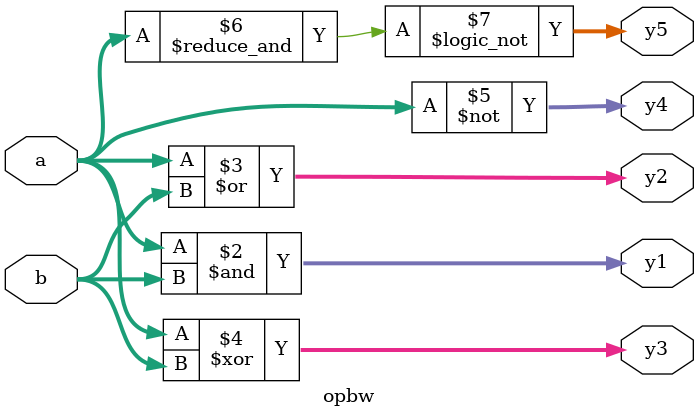
<source format=v>
module opbw(input [4:0]a,
            input [4:0]b,
            output reg [4:0]y1,
            output reg [4:0]y2,
            output reg [4:0]y3,
            output reg [4:0]y4,
            output reg [4:0]y5);
  always@(*) begin
     y1=a & b;
     y2=a | b;
     y3=a ^ b;
     y4=~a;
     y5=~&a;
  end
endmodule

</source>
